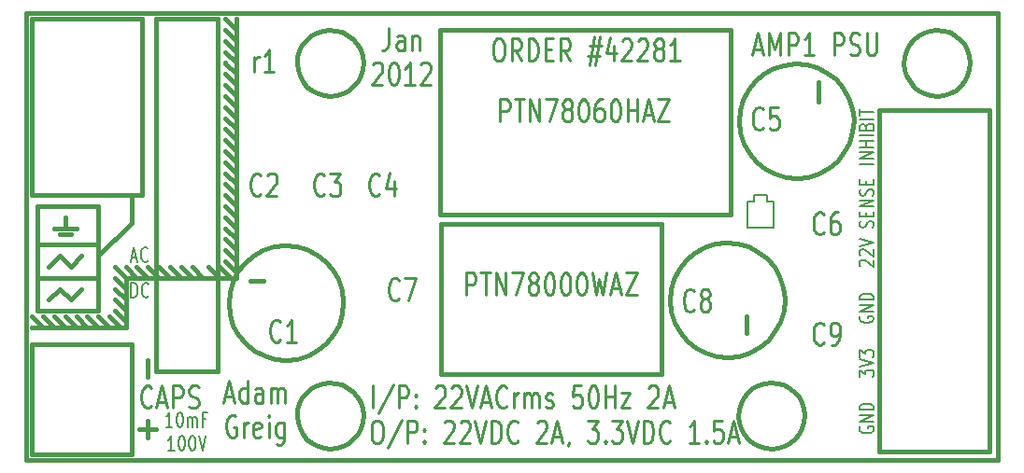
<source format=gto>
G04 (created by PCBNEW-RS274X (2010-03-14)-final) date Tue 10 Jan 2012 23:21:23 GMT*
G01*
G70*
G90*
%MOIN*%
G04 Gerber Fmt 3.4, Leading zero omitted, Abs format*
%FSLAX34Y34*%
G04 APERTURE LIST*
%ADD10C,0.006000*%
%ADD11C,0.010000*%
%ADD12C,0.015000*%
%ADD13C,0.006600*%
%ADD14C,0.008000*%
G04 APERTURE END LIST*
G54D10*
G54D11*
X48291Y-22752D02*
X48405Y-22752D01*
X48463Y-22790D01*
X48520Y-22866D01*
X48548Y-23018D01*
X48548Y-23285D01*
X48520Y-23438D01*
X48463Y-23514D01*
X48405Y-23552D01*
X48291Y-23552D01*
X48234Y-23514D01*
X48177Y-23438D01*
X48148Y-23285D01*
X48148Y-23018D01*
X48177Y-22866D01*
X48234Y-22790D01*
X48291Y-22752D01*
X49149Y-23552D02*
X48949Y-23171D01*
X48806Y-23552D02*
X48806Y-22752D01*
X49034Y-22752D01*
X49092Y-22790D01*
X49120Y-22828D01*
X49149Y-22904D01*
X49149Y-23018D01*
X49120Y-23095D01*
X49092Y-23133D01*
X49034Y-23171D01*
X48806Y-23171D01*
X49406Y-23552D02*
X49406Y-22752D01*
X49549Y-22752D01*
X49634Y-22790D01*
X49692Y-22866D01*
X49720Y-22942D01*
X49749Y-23095D01*
X49749Y-23209D01*
X49720Y-23361D01*
X49692Y-23438D01*
X49634Y-23514D01*
X49549Y-23552D01*
X49406Y-23552D01*
X50006Y-23133D02*
X50206Y-23133D01*
X50292Y-23552D02*
X50006Y-23552D01*
X50006Y-22752D01*
X50292Y-22752D01*
X50892Y-23552D02*
X50692Y-23171D01*
X50549Y-23552D02*
X50549Y-22752D01*
X50777Y-22752D01*
X50835Y-22790D01*
X50863Y-22828D01*
X50892Y-22904D01*
X50892Y-23018D01*
X50863Y-23095D01*
X50835Y-23133D01*
X50777Y-23171D01*
X50549Y-23171D01*
X51577Y-23018D02*
X52006Y-23018D01*
X51749Y-22676D02*
X51577Y-23704D01*
X51949Y-23361D02*
X51520Y-23361D01*
X51777Y-23704D02*
X51949Y-22676D01*
X52463Y-23018D02*
X52463Y-23552D01*
X52320Y-22714D02*
X52177Y-23285D01*
X52549Y-23285D01*
X52748Y-22828D02*
X52777Y-22790D01*
X52834Y-22752D01*
X52977Y-22752D01*
X53034Y-22790D01*
X53063Y-22828D01*
X53091Y-22904D01*
X53091Y-22980D01*
X53063Y-23095D01*
X52720Y-23552D01*
X53091Y-23552D01*
X53319Y-22828D02*
X53348Y-22790D01*
X53405Y-22752D01*
X53548Y-22752D01*
X53605Y-22790D01*
X53634Y-22828D01*
X53662Y-22904D01*
X53662Y-22980D01*
X53634Y-23095D01*
X53291Y-23552D01*
X53662Y-23552D01*
X54005Y-23095D02*
X53947Y-23057D01*
X53919Y-23018D01*
X53890Y-22942D01*
X53890Y-22904D01*
X53919Y-22828D01*
X53947Y-22790D01*
X54005Y-22752D01*
X54119Y-22752D01*
X54176Y-22790D01*
X54205Y-22828D01*
X54233Y-22904D01*
X54233Y-22942D01*
X54205Y-23018D01*
X54176Y-23057D01*
X54119Y-23095D01*
X54005Y-23095D01*
X53947Y-23133D01*
X53919Y-23171D01*
X53890Y-23247D01*
X53890Y-23399D01*
X53919Y-23476D01*
X53947Y-23514D01*
X54005Y-23552D01*
X54119Y-23552D01*
X54176Y-23514D01*
X54205Y-23476D01*
X54233Y-23399D01*
X54233Y-23247D01*
X54205Y-23171D01*
X54176Y-23133D01*
X54119Y-23095D01*
X54804Y-23552D02*
X54461Y-23552D01*
X54633Y-23552D02*
X54633Y-22752D01*
X54576Y-22866D01*
X54518Y-22942D01*
X54461Y-22980D01*
G54D12*
X31496Y-37795D02*
X31496Y-21850D01*
X66142Y-37795D02*
X31496Y-37795D01*
X66142Y-21850D02*
X66142Y-37795D01*
X31496Y-21850D02*
X66142Y-21850D01*
X35236Y-31299D02*
X35039Y-31299D01*
G54D13*
X36699Y-36631D02*
X36474Y-36631D01*
X36587Y-36631D02*
X36587Y-36103D01*
X36549Y-36178D01*
X36512Y-36228D01*
X36474Y-36254D01*
X36943Y-36103D02*
X36980Y-36103D01*
X37018Y-36128D01*
X37037Y-36153D01*
X37055Y-36203D01*
X37074Y-36304D01*
X37074Y-36430D01*
X37055Y-36530D01*
X37037Y-36580D01*
X37018Y-36606D01*
X36980Y-36631D01*
X36943Y-36631D01*
X36905Y-36606D01*
X36887Y-36580D01*
X36868Y-36530D01*
X36849Y-36430D01*
X36849Y-36304D01*
X36868Y-36203D01*
X36887Y-36153D01*
X36905Y-36128D01*
X36943Y-36103D01*
X37243Y-36631D02*
X37243Y-36279D01*
X37243Y-36329D02*
X37262Y-36304D01*
X37299Y-36279D01*
X37355Y-36279D01*
X37393Y-36304D01*
X37412Y-36354D01*
X37412Y-36631D01*
X37412Y-36354D02*
X37430Y-36304D01*
X37468Y-36279D01*
X37524Y-36279D01*
X37562Y-36304D01*
X37581Y-36354D01*
X37581Y-36631D01*
X37899Y-36354D02*
X37768Y-36354D01*
X37768Y-36631D02*
X37768Y-36103D01*
X37955Y-36103D01*
X36774Y-37468D02*
X36549Y-37468D01*
X36662Y-37468D02*
X36662Y-36940D01*
X36624Y-37015D01*
X36587Y-37065D01*
X36549Y-37091D01*
X37018Y-36940D02*
X37055Y-36940D01*
X37093Y-36965D01*
X37112Y-36990D01*
X37130Y-37040D01*
X37149Y-37141D01*
X37149Y-37267D01*
X37130Y-37367D01*
X37112Y-37417D01*
X37093Y-37443D01*
X37055Y-37468D01*
X37018Y-37468D01*
X36980Y-37443D01*
X36962Y-37417D01*
X36943Y-37367D01*
X36924Y-37267D01*
X36924Y-37141D01*
X36943Y-37040D01*
X36962Y-36990D01*
X36980Y-36965D01*
X37018Y-36940D01*
X37393Y-36940D02*
X37430Y-36940D01*
X37468Y-36965D01*
X37487Y-36990D01*
X37505Y-37040D01*
X37524Y-37141D01*
X37524Y-37267D01*
X37505Y-37367D01*
X37487Y-37417D01*
X37468Y-37443D01*
X37430Y-37468D01*
X37393Y-37468D01*
X37355Y-37443D01*
X37337Y-37417D01*
X37318Y-37367D01*
X37299Y-37267D01*
X37299Y-37141D01*
X37318Y-37040D01*
X37337Y-36990D01*
X37355Y-36965D01*
X37393Y-36940D01*
X37637Y-36940D02*
X37768Y-37468D01*
X37899Y-36940D01*
X35240Y-30575D02*
X35428Y-30575D01*
X35203Y-30726D02*
X35334Y-30198D01*
X35465Y-30726D01*
X35822Y-30675D02*
X35803Y-30701D01*
X35747Y-30726D01*
X35709Y-30726D01*
X35653Y-30701D01*
X35616Y-30650D01*
X35597Y-30600D01*
X35578Y-30499D01*
X35578Y-30424D01*
X35597Y-30323D01*
X35616Y-30273D01*
X35653Y-30223D01*
X35709Y-30198D01*
X35747Y-30198D01*
X35803Y-30223D01*
X35822Y-30248D01*
X35231Y-32005D02*
X35231Y-31477D01*
X35325Y-31477D01*
X35381Y-31502D01*
X35418Y-31552D01*
X35437Y-31602D01*
X35456Y-31703D01*
X35456Y-31778D01*
X35437Y-31879D01*
X35418Y-31929D01*
X35381Y-31980D01*
X35325Y-32005D01*
X35231Y-32005D01*
X35850Y-31954D02*
X35831Y-31980D01*
X35775Y-32005D01*
X35737Y-32005D01*
X35681Y-31980D01*
X35644Y-31929D01*
X35625Y-31879D01*
X35606Y-31778D01*
X35606Y-31703D01*
X35625Y-31602D01*
X35644Y-31552D01*
X35681Y-31502D01*
X35737Y-31477D01*
X35775Y-31477D01*
X35831Y-31502D01*
X35850Y-31527D01*
G54D11*
X39633Y-23946D02*
X39633Y-23412D01*
X39633Y-23565D02*
X39661Y-23489D01*
X39690Y-23451D01*
X39747Y-23412D01*
X39804Y-23412D01*
X40318Y-23946D02*
X39975Y-23946D01*
X40147Y-23946D02*
X40147Y-23146D01*
X40090Y-23260D01*
X40032Y-23336D01*
X39975Y-23374D01*
G54D12*
X38583Y-22048D02*
X38583Y-22047D01*
X38976Y-22441D02*
X38583Y-22048D01*
X38976Y-22835D02*
X38582Y-22441D01*
X38976Y-23228D02*
X38583Y-22835D01*
X38583Y-23229D02*
X38583Y-23228D01*
X38976Y-23622D02*
X38583Y-23229D01*
X38583Y-23623D02*
X38583Y-23622D01*
X38976Y-24016D02*
X38583Y-23623D01*
X38976Y-24409D02*
X38583Y-24016D01*
X38583Y-24410D02*
X38583Y-24409D01*
X38976Y-24803D02*
X38583Y-24410D01*
X38583Y-24804D02*
X38583Y-24803D01*
X38976Y-25197D02*
X38583Y-24804D01*
X38583Y-25198D02*
X38583Y-25197D01*
X38976Y-25591D02*
X38583Y-25198D01*
X38976Y-25984D02*
X38583Y-25591D01*
X38583Y-25985D02*
X38583Y-25984D01*
X38976Y-26378D02*
X38583Y-25985D01*
X38583Y-26379D02*
X38583Y-26378D01*
X38976Y-26772D02*
X38583Y-26379D01*
X38976Y-27165D02*
X38583Y-26772D01*
X38583Y-27166D02*
X38583Y-27165D01*
X38976Y-27559D02*
X38583Y-27166D01*
X38583Y-27560D02*
X38583Y-27559D01*
X38976Y-27953D02*
X38583Y-27560D01*
X38976Y-28346D02*
X38583Y-27953D01*
X38976Y-28739D02*
X38976Y-28740D01*
X38583Y-28346D02*
X38976Y-28739D01*
X38976Y-29133D02*
X38976Y-29134D01*
X38583Y-28740D02*
X38976Y-29133D01*
X38976Y-29527D02*
X38976Y-29528D01*
X38583Y-29134D02*
X38976Y-29527D01*
X38976Y-29921D02*
X38583Y-29528D01*
X38976Y-30314D02*
X38976Y-30315D01*
X38583Y-29921D02*
X38976Y-30314D01*
X38583Y-30316D02*
X38583Y-30315D01*
X38976Y-30709D02*
X38583Y-30316D01*
X38976Y-31102D02*
X38583Y-30709D01*
X38386Y-30905D02*
X38780Y-31299D01*
X37992Y-30905D02*
X38386Y-31299D01*
X37795Y-31298D02*
X37795Y-31299D01*
X37402Y-30905D02*
X37795Y-31298D01*
X37008Y-30905D02*
X37402Y-31299D01*
X37008Y-31299D02*
X37106Y-31299D01*
X36614Y-30905D02*
X37008Y-31299D01*
X36614Y-31299D02*
X36713Y-31299D01*
X36220Y-30905D02*
X36614Y-31299D01*
X36220Y-31298D02*
X36220Y-31299D01*
X35827Y-30905D02*
X36220Y-31298D01*
X35433Y-30905D02*
X35827Y-31299D01*
X35433Y-31299D02*
X35039Y-30905D01*
X34646Y-30906D02*
X34646Y-30905D01*
X35039Y-31299D02*
X34646Y-30906D01*
X34646Y-31300D02*
X34646Y-31299D01*
X35039Y-31693D02*
X34646Y-31300D01*
X34646Y-31694D02*
X34646Y-31693D01*
X35039Y-32087D02*
X34646Y-31694D01*
X35039Y-32480D02*
X34646Y-32087D01*
X34646Y-32481D02*
X34646Y-32480D01*
X35039Y-32874D02*
X34646Y-32481D01*
X34842Y-33070D02*
X34842Y-33071D01*
X34449Y-32677D02*
X34842Y-33070D01*
X34055Y-32677D02*
X34449Y-33071D01*
X33661Y-32677D02*
X34055Y-33071D01*
X33661Y-33070D02*
X33661Y-33071D01*
X33268Y-32677D02*
X33661Y-33070D01*
X33268Y-33071D02*
X33465Y-33071D01*
X32874Y-32677D02*
X33268Y-33071D01*
X32480Y-32677D02*
X32874Y-33071D01*
X32480Y-33070D02*
X32480Y-33071D01*
X32087Y-32677D02*
X32480Y-33070D01*
X31693Y-32677D02*
X32087Y-33071D01*
X35039Y-33071D02*
X31693Y-33071D01*
X35039Y-31299D02*
X35039Y-33071D01*
X38976Y-31299D02*
X35236Y-31299D01*
X38976Y-22047D02*
X38976Y-31299D01*
X35236Y-29331D02*
X35236Y-28346D01*
X34055Y-30512D02*
X35236Y-29331D01*
X32677Y-29725D02*
X33071Y-29725D01*
X32480Y-29528D02*
X33268Y-29528D01*
X32874Y-29134D02*
X32874Y-29528D01*
X33071Y-30906D02*
X33465Y-30512D01*
X32677Y-30512D02*
X33071Y-30906D01*
X32283Y-30906D02*
X32677Y-30512D01*
X33071Y-32087D02*
X33465Y-31693D01*
X32677Y-31693D02*
X33071Y-32087D01*
X32283Y-32087D02*
X32677Y-31693D01*
X31890Y-31299D02*
X34055Y-31299D01*
X31890Y-30118D02*
X34055Y-30118D01*
X34055Y-28740D02*
X31890Y-28740D01*
X34055Y-32480D02*
X34055Y-28740D01*
X31890Y-32480D02*
X34055Y-32480D01*
X31890Y-28740D02*
X31890Y-32480D01*
G54D11*
X35958Y-35878D02*
X35929Y-35916D01*
X35843Y-35954D01*
X35786Y-35954D01*
X35701Y-35916D01*
X35643Y-35840D01*
X35615Y-35763D01*
X35586Y-35611D01*
X35586Y-35497D01*
X35615Y-35344D01*
X35643Y-35268D01*
X35701Y-35192D01*
X35786Y-35154D01*
X35843Y-35154D01*
X35929Y-35192D01*
X35958Y-35230D01*
X36186Y-35725D02*
X36472Y-35725D01*
X36129Y-35954D02*
X36329Y-35154D01*
X36529Y-35954D01*
X36729Y-35954D02*
X36729Y-35154D01*
X36957Y-35154D01*
X37015Y-35192D01*
X37043Y-35230D01*
X37072Y-35306D01*
X37072Y-35420D01*
X37043Y-35497D01*
X37015Y-35535D01*
X36957Y-35573D01*
X36729Y-35573D01*
X37300Y-35916D02*
X37386Y-35954D01*
X37529Y-35954D01*
X37586Y-35916D01*
X37615Y-35878D01*
X37643Y-35801D01*
X37643Y-35725D01*
X37615Y-35649D01*
X37586Y-35611D01*
X37529Y-35573D01*
X37415Y-35535D01*
X37357Y-35497D01*
X37329Y-35459D01*
X37300Y-35382D01*
X37300Y-35306D01*
X37329Y-35230D01*
X37357Y-35192D01*
X37415Y-35154D01*
X37557Y-35154D01*
X37643Y-35192D01*
G54D12*
X35531Y-36713D02*
X36122Y-36713D01*
X35827Y-36417D02*
X35827Y-37008D01*
X35827Y-34252D02*
X35827Y-34842D01*
G54D11*
X38579Y-35528D02*
X38865Y-35528D01*
X38522Y-35757D02*
X38722Y-34957D01*
X38922Y-35757D01*
X39379Y-35757D02*
X39379Y-34957D01*
X39379Y-35719D02*
X39322Y-35757D01*
X39208Y-35757D01*
X39150Y-35719D01*
X39122Y-35681D01*
X39093Y-35604D01*
X39093Y-35376D01*
X39122Y-35300D01*
X39150Y-35262D01*
X39208Y-35223D01*
X39322Y-35223D01*
X39379Y-35262D01*
X39922Y-35757D02*
X39922Y-35338D01*
X39893Y-35262D01*
X39836Y-35223D01*
X39722Y-35223D01*
X39665Y-35262D01*
X39922Y-35719D02*
X39865Y-35757D01*
X39722Y-35757D01*
X39665Y-35719D01*
X39636Y-35643D01*
X39636Y-35566D01*
X39665Y-35490D01*
X39722Y-35452D01*
X39865Y-35452D01*
X39922Y-35414D01*
X40208Y-35757D02*
X40208Y-35223D01*
X40208Y-35300D02*
X40236Y-35262D01*
X40294Y-35223D01*
X40379Y-35223D01*
X40436Y-35262D01*
X40465Y-35338D01*
X40465Y-35757D01*
X40465Y-35338D02*
X40494Y-35262D01*
X40551Y-35223D01*
X40636Y-35223D01*
X40694Y-35262D01*
X40722Y-35338D01*
X40722Y-35757D01*
X38965Y-36235D02*
X38908Y-36197D01*
X38822Y-36197D01*
X38737Y-36235D01*
X38679Y-36311D01*
X38651Y-36387D01*
X38622Y-36540D01*
X38622Y-36654D01*
X38651Y-36806D01*
X38679Y-36883D01*
X38737Y-36959D01*
X38822Y-36997D01*
X38879Y-36997D01*
X38965Y-36959D01*
X38994Y-36921D01*
X38994Y-36654D01*
X38879Y-36654D01*
X39251Y-36997D02*
X39251Y-36463D01*
X39251Y-36616D02*
X39279Y-36540D01*
X39308Y-36502D01*
X39365Y-36463D01*
X39422Y-36463D01*
X39850Y-36959D02*
X39793Y-36997D01*
X39679Y-36997D01*
X39622Y-36959D01*
X39593Y-36883D01*
X39593Y-36578D01*
X39622Y-36502D01*
X39679Y-36463D01*
X39793Y-36463D01*
X39850Y-36502D01*
X39879Y-36578D01*
X39879Y-36654D01*
X39593Y-36730D01*
X40136Y-36997D02*
X40136Y-36463D01*
X40136Y-36197D02*
X40107Y-36235D01*
X40136Y-36273D01*
X40164Y-36235D01*
X40136Y-36197D01*
X40136Y-36273D01*
X40679Y-36463D02*
X40679Y-37111D01*
X40650Y-37187D01*
X40622Y-37225D01*
X40565Y-37263D01*
X40479Y-37263D01*
X40422Y-37225D01*
X40679Y-36959D02*
X40622Y-36997D01*
X40508Y-36997D01*
X40450Y-36959D01*
X40422Y-36921D01*
X40393Y-36844D01*
X40393Y-36616D01*
X40422Y-36540D01*
X40450Y-36502D01*
X40508Y-36463D01*
X40622Y-36463D01*
X40679Y-36502D01*
X44425Y-22359D02*
X44425Y-22930D01*
X44397Y-23045D01*
X44340Y-23121D01*
X44254Y-23159D01*
X44197Y-23159D01*
X44968Y-23159D02*
X44968Y-22740D01*
X44939Y-22664D01*
X44882Y-22625D01*
X44768Y-22625D01*
X44711Y-22664D01*
X44968Y-23121D02*
X44911Y-23159D01*
X44768Y-23159D01*
X44711Y-23121D01*
X44682Y-23045D01*
X44682Y-22968D01*
X44711Y-22892D01*
X44768Y-22854D01*
X44911Y-22854D01*
X44968Y-22816D01*
X45254Y-22625D02*
X45254Y-23159D01*
X45254Y-22702D02*
X45282Y-22664D01*
X45340Y-22625D01*
X45425Y-22625D01*
X45482Y-22664D01*
X45511Y-22740D01*
X45511Y-23159D01*
X43854Y-23675D02*
X43883Y-23637D01*
X43940Y-23599D01*
X44083Y-23599D01*
X44140Y-23637D01*
X44169Y-23675D01*
X44197Y-23751D01*
X44197Y-23827D01*
X44169Y-23942D01*
X43826Y-24399D01*
X44197Y-24399D01*
X44568Y-23599D02*
X44625Y-23599D01*
X44682Y-23637D01*
X44711Y-23675D01*
X44740Y-23751D01*
X44768Y-23904D01*
X44768Y-24094D01*
X44740Y-24246D01*
X44711Y-24323D01*
X44682Y-24361D01*
X44625Y-24399D01*
X44568Y-24399D01*
X44511Y-24361D01*
X44482Y-24323D01*
X44454Y-24246D01*
X44425Y-24094D01*
X44425Y-23904D01*
X44454Y-23751D01*
X44482Y-23675D01*
X44511Y-23637D01*
X44568Y-23599D01*
X45339Y-24399D02*
X44996Y-24399D01*
X45168Y-24399D02*
X45168Y-23599D01*
X45111Y-23713D01*
X45053Y-23789D01*
X44996Y-23827D01*
X45567Y-23675D02*
X45596Y-23637D01*
X45653Y-23599D01*
X45796Y-23599D01*
X45853Y-23637D01*
X45882Y-23675D01*
X45910Y-23751D01*
X45910Y-23827D01*
X45882Y-23942D01*
X45539Y-24399D01*
X45910Y-24399D01*
X57446Y-23126D02*
X57732Y-23126D01*
X57389Y-23355D02*
X57589Y-22555D01*
X57789Y-23355D01*
X57989Y-23355D02*
X57989Y-22555D01*
X58189Y-23126D01*
X58389Y-22555D01*
X58389Y-23355D01*
X58675Y-23355D02*
X58675Y-22555D01*
X58903Y-22555D01*
X58961Y-22593D01*
X58989Y-22631D01*
X59018Y-22707D01*
X59018Y-22821D01*
X58989Y-22898D01*
X58961Y-22936D01*
X58903Y-22974D01*
X58675Y-22974D01*
X59589Y-23355D02*
X59246Y-23355D01*
X59418Y-23355D02*
X59418Y-22555D01*
X59361Y-22669D01*
X59303Y-22745D01*
X59246Y-22783D01*
X60303Y-23355D02*
X60303Y-22555D01*
X60531Y-22555D01*
X60589Y-22593D01*
X60617Y-22631D01*
X60646Y-22707D01*
X60646Y-22821D01*
X60617Y-22898D01*
X60589Y-22936D01*
X60531Y-22974D01*
X60303Y-22974D01*
X60874Y-23317D02*
X60960Y-23355D01*
X61103Y-23355D01*
X61160Y-23317D01*
X61189Y-23279D01*
X61217Y-23202D01*
X61217Y-23126D01*
X61189Y-23050D01*
X61160Y-23012D01*
X61103Y-22974D01*
X60989Y-22936D01*
X60931Y-22898D01*
X60903Y-22860D01*
X60874Y-22783D01*
X60874Y-22707D01*
X60903Y-22631D01*
X60931Y-22593D01*
X60989Y-22555D01*
X61131Y-22555D01*
X61217Y-22593D01*
X61474Y-22555D02*
X61474Y-23202D01*
X61502Y-23279D01*
X61531Y-23317D01*
X61588Y-23355D01*
X61702Y-23355D01*
X61760Y-23317D01*
X61788Y-23279D01*
X61817Y-23202D01*
X61817Y-22555D01*
X59940Y-29677D02*
X59911Y-29715D01*
X59825Y-29753D01*
X59768Y-29753D01*
X59683Y-29715D01*
X59625Y-29639D01*
X59597Y-29562D01*
X59568Y-29410D01*
X59568Y-29296D01*
X59597Y-29143D01*
X59625Y-29067D01*
X59683Y-28991D01*
X59768Y-28953D01*
X59825Y-28953D01*
X59911Y-28991D01*
X59940Y-29029D01*
X60454Y-28953D02*
X60340Y-28953D01*
X60283Y-28991D01*
X60254Y-29029D01*
X60197Y-29143D01*
X60168Y-29296D01*
X60168Y-29600D01*
X60197Y-29677D01*
X60225Y-29715D01*
X60283Y-29753D01*
X60397Y-29753D01*
X60454Y-29715D01*
X60483Y-29677D01*
X60511Y-29600D01*
X60511Y-29410D01*
X60483Y-29334D01*
X60454Y-29296D01*
X60397Y-29258D01*
X60283Y-29258D01*
X60225Y-29296D01*
X60197Y-29334D01*
X60168Y-29410D01*
X59940Y-33614D02*
X59911Y-33652D01*
X59825Y-33690D01*
X59768Y-33690D01*
X59683Y-33652D01*
X59625Y-33576D01*
X59597Y-33499D01*
X59568Y-33347D01*
X59568Y-33233D01*
X59597Y-33080D01*
X59625Y-33004D01*
X59683Y-32928D01*
X59768Y-32890D01*
X59825Y-32890D01*
X59911Y-32928D01*
X59940Y-32966D01*
X60225Y-33690D02*
X60340Y-33690D01*
X60397Y-33652D01*
X60425Y-33614D01*
X60483Y-33499D01*
X60511Y-33347D01*
X60511Y-33042D01*
X60483Y-32966D01*
X60454Y-32928D01*
X60397Y-32890D01*
X60283Y-32890D01*
X60225Y-32928D01*
X60197Y-32966D01*
X60168Y-33042D01*
X60168Y-33233D01*
X60197Y-33309D01*
X60225Y-33347D01*
X60283Y-33385D01*
X60397Y-33385D01*
X60454Y-33347D01*
X60483Y-33309D01*
X60511Y-33233D01*
X44783Y-32039D02*
X44754Y-32077D01*
X44668Y-32115D01*
X44611Y-32115D01*
X44526Y-32077D01*
X44468Y-32001D01*
X44440Y-31924D01*
X44411Y-31772D01*
X44411Y-31658D01*
X44440Y-31505D01*
X44468Y-31429D01*
X44526Y-31353D01*
X44611Y-31315D01*
X44668Y-31315D01*
X44754Y-31353D01*
X44783Y-31391D01*
X44983Y-31315D02*
X45383Y-31315D01*
X45126Y-32115D01*
X44094Y-28299D02*
X44065Y-28337D01*
X43979Y-28375D01*
X43922Y-28375D01*
X43837Y-28337D01*
X43779Y-28261D01*
X43751Y-28184D01*
X43722Y-28032D01*
X43722Y-27918D01*
X43751Y-27765D01*
X43779Y-27689D01*
X43837Y-27613D01*
X43922Y-27575D01*
X43979Y-27575D01*
X44065Y-27613D01*
X44094Y-27651D01*
X44608Y-27841D02*
X44608Y-28375D01*
X44465Y-27537D02*
X44322Y-28108D01*
X44694Y-28108D01*
X42125Y-28299D02*
X42096Y-28337D01*
X42010Y-28375D01*
X41953Y-28375D01*
X41868Y-28337D01*
X41810Y-28261D01*
X41782Y-28184D01*
X41753Y-28032D01*
X41753Y-27918D01*
X41782Y-27765D01*
X41810Y-27689D01*
X41868Y-27613D01*
X41953Y-27575D01*
X42010Y-27575D01*
X42096Y-27613D01*
X42125Y-27651D01*
X42325Y-27575D02*
X42696Y-27575D01*
X42496Y-27880D01*
X42582Y-27880D01*
X42639Y-27918D01*
X42668Y-27956D01*
X42696Y-28032D01*
X42696Y-28222D01*
X42668Y-28299D01*
X42639Y-28337D01*
X42582Y-28375D01*
X42410Y-28375D01*
X42353Y-28337D01*
X42325Y-28299D01*
X39862Y-28299D02*
X39833Y-28337D01*
X39747Y-28375D01*
X39690Y-28375D01*
X39605Y-28337D01*
X39547Y-28261D01*
X39519Y-28184D01*
X39490Y-28032D01*
X39490Y-27918D01*
X39519Y-27765D01*
X39547Y-27689D01*
X39605Y-27613D01*
X39690Y-27575D01*
X39747Y-27575D01*
X39833Y-27613D01*
X39862Y-27651D01*
X40090Y-27651D02*
X40119Y-27613D01*
X40176Y-27575D01*
X40319Y-27575D01*
X40376Y-27613D01*
X40405Y-27651D01*
X40433Y-27727D01*
X40433Y-27803D01*
X40405Y-27918D01*
X40062Y-28375D01*
X40433Y-28375D01*
X40551Y-33516D02*
X40522Y-33554D01*
X40436Y-33592D01*
X40379Y-33592D01*
X40294Y-33554D01*
X40236Y-33478D01*
X40208Y-33401D01*
X40179Y-33249D01*
X40179Y-33135D01*
X40208Y-32982D01*
X40236Y-32906D01*
X40294Y-32830D01*
X40379Y-32792D01*
X40436Y-32792D01*
X40522Y-32830D01*
X40551Y-32868D01*
X41122Y-33592D02*
X40779Y-33592D01*
X40951Y-33592D02*
X40951Y-32792D01*
X40894Y-32906D01*
X40836Y-32982D01*
X40779Y-33020D01*
X57775Y-25937D02*
X57746Y-25975D01*
X57660Y-26013D01*
X57603Y-26013D01*
X57518Y-25975D01*
X57460Y-25899D01*
X57432Y-25822D01*
X57403Y-25670D01*
X57403Y-25556D01*
X57432Y-25403D01*
X57460Y-25327D01*
X57518Y-25251D01*
X57603Y-25213D01*
X57660Y-25213D01*
X57746Y-25251D01*
X57775Y-25289D01*
X58318Y-25213D02*
X58032Y-25213D01*
X58003Y-25594D01*
X58032Y-25556D01*
X58089Y-25518D01*
X58232Y-25518D01*
X58289Y-25556D01*
X58318Y-25594D01*
X58346Y-25670D01*
X58346Y-25860D01*
X58318Y-25937D01*
X58289Y-25975D01*
X58232Y-26013D01*
X58089Y-26013D01*
X58032Y-25975D01*
X58003Y-25937D01*
X55314Y-32433D02*
X55285Y-32471D01*
X55199Y-32509D01*
X55142Y-32509D01*
X55057Y-32471D01*
X54999Y-32395D01*
X54971Y-32318D01*
X54942Y-32166D01*
X54942Y-32052D01*
X54971Y-31899D01*
X54999Y-31823D01*
X55057Y-31747D01*
X55142Y-31709D01*
X55199Y-31709D01*
X55285Y-31747D01*
X55314Y-31785D01*
X55657Y-32052D02*
X55599Y-32014D01*
X55571Y-31975D01*
X55542Y-31899D01*
X55542Y-31861D01*
X55571Y-31785D01*
X55599Y-31747D01*
X55657Y-31709D01*
X55771Y-31709D01*
X55828Y-31747D01*
X55857Y-31785D01*
X55885Y-31861D01*
X55885Y-31899D01*
X55857Y-31975D01*
X55828Y-32014D01*
X55771Y-32052D01*
X55657Y-32052D01*
X55599Y-32090D01*
X55571Y-32128D01*
X55542Y-32204D01*
X55542Y-32356D01*
X55571Y-32433D01*
X55599Y-32471D01*
X55657Y-32509D01*
X55771Y-32509D01*
X55828Y-32471D01*
X55857Y-32433D01*
X55885Y-32356D01*
X55885Y-32204D01*
X55857Y-32128D01*
X55828Y-32090D01*
X55771Y-32052D01*
X47184Y-31918D02*
X47184Y-31118D01*
X47412Y-31118D01*
X47470Y-31156D01*
X47498Y-31194D01*
X47527Y-31270D01*
X47527Y-31384D01*
X47498Y-31461D01*
X47470Y-31499D01*
X47412Y-31537D01*
X47184Y-31537D01*
X47698Y-31118D02*
X48041Y-31118D01*
X47870Y-31918D02*
X47870Y-31118D01*
X48241Y-31918D02*
X48241Y-31118D01*
X48584Y-31918D01*
X48584Y-31118D01*
X48813Y-31118D02*
X49213Y-31118D01*
X48956Y-31918D01*
X49527Y-31461D02*
X49469Y-31423D01*
X49441Y-31384D01*
X49412Y-31308D01*
X49412Y-31270D01*
X49441Y-31194D01*
X49469Y-31156D01*
X49527Y-31118D01*
X49641Y-31118D01*
X49698Y-31156D01*
X49727Y-31194D01*
X49755Y-31270D01*
X49755Y-31308D01*
X49727Y-31384D01*
X49698Y-31423D01*
X49641Y-31461D01*
X49527Y-31461D01*
X49469Y-31499D01*
X49441Y-31537D01*
X49412Y-31613D01*
X49412Y-31765D01*
X49441Y-31842D01*
X49469Y-31880D01*
X49527Y-31918D01*
X49641Y-31918D01*
X49698Y-31880D01*
X49727Y-31842D01*
X49755Y-31765D01*
X49755Y-31613D01*
X49727Y-31537D01*
X49698Y-31499D01*
X49641Y-31461D01*
X50126Y-31118D02*
X50183Y-31118D01*
X50240Y-31156D01*
X50269Y-31194D01*
X50298Y-31270D01*
X50326Y-31423D01*
X50326Y-31613D01*
X50298Y-31765D01*
X50269Y-31842D01*
X50240Y-31880D01*
X50183Y-31918D01*
X50126Y-31918D01*
X50069Y-31880D01*
X50040Y-31842D01*
X50012Y-31765D01*
X49983Y-31613D01*
X49983Y-31423D01*
X50012Y-31270D01*
X50040Y-31194D01*
X50069Y-31156D01*
X50126Y-31118D01*
X50697Y-31118D02*
X50754Y-31118D01*
X50811Y-31156D01*
X50840Y-31194D01*
X50869Y-31270D01*
X50897Y-31423D01*
X50897Y-31613D01*
X50869Y-31765D01*
X50840Y-31842D01*
X50811Y-31880D01*
X50754Y-31918D01*
X50697Y-31918D01*
X50640Y-31880D01*
X50611Y-31842D01*
X50583Y-31765D01*
X50554Y-31613D01*
X50554Y-31423D01*
X50583Y-31270D01*
X50611Y-31194D01*
X50640Y-31156D01*
X50697Y-31118D01*
X51268Y-31118D02*
X51325Y-31118D01*
X51382Y-31156D01*
X51411Y-31194D01*
X51440Y-31270D01*
X51468Y-31423D01*
X51468Y-31613D01*
X51440Y-31765D01*
X51411Y-31842D01*
X51382Y-31880D01*
X51325Y-31918D01*
X51268Y-31918D01*
X51211Y-31880D01*
X51182Y-31842D01*
X51154Y-31765D01*
X51125Y-31613D01*
X51125Y-31423D01*
X51154Y-31270D01*
X51182Y-31194D01*
X51211Y-31156D01*
X51268Y-31118D01*
X51668Y-31118D02*
X51811Y-31918D01*
X51925Y-31346D01*
X52039Y-31918D01*
X52182Y-31118D01*
X52382Y-31689D02*
X52668Y-31689D01*
X52325Y-31918D02*
X52525Y-31118D01*
X52725Y-31918D01*
X52868Y-31118D02*
X53268Y-31118D01*
X52868Y-31918D01*
X53268Y-31918D01*
X48394Y-25718D02*
X48394Y-24918D01*
X48622Y-24918D01*
X48680Y-24956D01*
X48708Y-24994D01*
X48737Y-25070D01*
X48737Y-25184D01*
X48708Y-25261D01*
X48680Y-25299D01*
X48622Y-25337D01*
X48394Y-25337D01*
X48908Y-24918D02*
X49251Y-24918D01*
X49080Y-25718D02*
X49080Y-24918D01*
X49451Y-25718D02*
X49451Y-24918D01*
X49794Y-25718D01*
X49794Y-24918D01*
X50023Y-24918D02*
X50423Y-24918D01*
X50166Y-25718D01*
X50737Y-25261D02*
X50679Y-25223D01*
X50651Y-25184D01*
X50622Y-25108D01*
X50622Y-25070D01*
X50651Y-24994D01*
X50679Y-24956D01*
X50737Y-24918D01*
X50851Y-24918D01*
X50908Y-24956D01*
X50937Y-24994D01*
X50965Y-25070D01*
X50965Y-25108D01*
X50937Y-25184D01*
X50908Y-25223D01*
X50851Y-25261D01*
X50737Y-25261D01*
X50679Y-25299D01*
X50651Y-25337D01*
X50622Y-25413D01*
X50622Y-25565D01*
X50651Y-25642D01*
X50679Y-25680D01*
X50737Y-25718D01*
X50851Y-25718D01*
X50908Y-25680D01*
X50937Y-25642D01*
X50965Y-25565D01*
X50965Y-25413D01*
X50937Y-25337D01*
X50908Y-25299D01*
X50851Y-25261D01*
X51336Y-24918D02*
X51393Y-24918D01*
X51450Y-24956D01*
X51479Y-24994D01*
X51508Y-25070D01*
X51536Y-25223D01*
X51536Y-25413D01*
X51508Y-25565D01*
X51479Y-25642D01*
X51450Y-25680D01*
X51393Y-25718D01*
X51336Y-25718D01*
X51279Y-25680D01*
X51250Y-25642D01*
X51222Y-25565D01*
X51193Y-25413D01*
X51193Y-25223D01*
X51222Y-25070D01*
X51250Y-24994D01*
X51279Y-24956D01*
X51336Y-24918D01*
X52050Y-24918D02*
X51936Y-24918D01*
X51879Y-24956D01*
X51850Y-24994D01*
X51793Y-25108D01*
X51764Y-25261D01*
X51764Y-25565D01*
X51793Y-25642D01*
X51821Y-25680D01*
X51879Y-25718D01*
X51993Y-25718D01*
X52050Y-25680D01*
X52079Y-25642D01*
X52107Y-25565D01*
X52107Y-25375D01*
X52079Y-25299D01*
X52050Y-25261D01*
X51993Y-25223D01*
X51879Y-25223D01*
X51821Y-25261D01*
X51793Y-25299D01*
X51764Y-25375D01*
X52478Y-24918D02*
X52535Y-24918D01*
X52592Y-24956D01*
X52621Y-24994D01*
X52650Y-25070D01*
X52678Y-25223D01*
X52678Y-25413D01*
X52650Y-25565D01*
X52621Y-25642D01*
X52592Y-25680D01*
X52535Y-25718D01*
X52478Y-25718D01*
X52421Y-25680D01*
X52392Y-25642D01*
X52364Y-25565D01*
X52335Y-25413D01*
X52335Y-25223D01*
X52364Y-25070D01*
X52392Y-24994D01*
X52421Y-24956D01*
X52478Y-24918D01*
X52935Y-25718D02*
X52935Y-24918D01*
X52935Y-25299D02*
X53278Y-25299D01*
X53278Y-25718D02*
X53278Y-24918D01*
X53535Y-25489D02*
X53821Y-25489D01*
X53478Y-25718D02*
X53678Y-24918D01*
X53878Y-25718D01*
X54021Y-24918D02*
X54421Y-24918D01*
X54021Y-25718D01*
X54421Y-25718D01*
G54D13*
X61730Y-27227D02*
X61202Y-27227D01*
X61730Y-27039D02*
X61202Y-27039D01*
X61730Y-26814D01*
X61202Y-26814D01*
X61730Y-26626D02*
X61202Y-26626D01*
X61453Y-26626D02*
X61453Y-26401D01*
X61730Y-26401D02*
X61202Y-26401D01*
X61730Y-26213D02*
X61202Y-26213D01*
X61453Y-25894D02*
X61478Y-25838D01*
X61503Y-25819D01*
X61554Y-25800D01*
X61629Y-25800D01*
X61679Y-25819D01*
X61705Y-25838D01*
X61730Y-25875D01*
X61730Y-26025D01*
X61202Y-26025D01*
X61202Y-25894D01*
X61227Y-25856D01*
X61252Y-25838D01*
X61302Y-25819D01*
X61353Y-25819D01*
X61403Y-25838D01*
X61428Y-25856D01*
X61453Y-25894D01*
X61453Y-26025D01*
X61730Y-25631D02*
X61202Y-25631D01*
X61202Y-25499D02*
X61202Y-25274D01*
X61730Y-25387D02*
X61202Y-25387D01*
X61699Y-29504D02*
X61723Y-29448D01*
X61723Y-29354D01*
X61699Y-29316D01*
X61674Y-29298D01*
X61626Y-29279D01*
X61577Y-29279D01*
X61528Y-29298D01*
X61504Y-29316D01*
X61479Y-29354D01*
X61455Y-29429D01*
X61431Y-29466D01*
X61406Y-29485D01*
X61358Y-29504D01*
X61309Y-29504D01*
X61260Y-29485D01*
X61236Y-29466D01*
X61211Y-29429D01*
X61211Y-29335D01*
X61236Y-29279D01*
X61455Y-29110D02*
X61455Y-28979D01*
X61723Y-28923D02*
X61723Y-29110D01*
X61211Y-29110D01*
X61211Y-28923D01*
X61723Y-28754D02*
X61211Y-28754D01*
X61723Y-28529D01*
X61211Y-28529D01*
X61699Y-28360D02*
X61723Y-28304D01*
X61723Y-28210D01*
X61699Y-28172D01*
X61674Y-28154D01*
X61626Y-28135D01*
X61577Y-28135D01*
X61528Y-28154D01*
X61504Y-28172D01*
X61479Y-28210D01*
X61455Y-28285D01*
X61431Y-28322D01*
X61406Y-28341D01*
X61358Y-28360D01*
X61309Y-28360D01*
X61260Y-28341D01*
X61236Y-28322D01*
X61211Y-28285D01*
X61211Y-28191D01*
X61236Y-28135D01*
X61455Y-27966D02*
X61455Y-27835D01*
X61723Y-27779D02*
X61723Y-27966D01*
X61211Y-27966D01*
X61211Y-27779D01*
X61252Y-30882D02*
X61227Y-30863D01*
X61202Y-30826D01*
X61202Y-30732D01*
X61227Y-30694D01*
X61252Y-30676D01*
X61302Y-30657D01*
X61353Y-30657D01*
X61428Y-30676D01*
X61730Y-30901D01*
X61730Y-30657D01*
X61252Y-30507D02*
X61227Y-30488D01*
X61202Y-30451D01*
X61202Y-30357D01*
X61227Y-30319D01*
X61252Y-30301D01*
X61302Y-30282D01*
X61353Y-30282D01*
X61428Y-30301D01*
X61730Y-30526D01*
X61730Y-30282D01*
X61202Y-30169D02*
X61730Y-30038D01*
X61202Y-29907D01*
X61236Y-32682D02*
X61211Y-32719D01*
X61211Y-32776D01*
X61236Y-32832D01*
X61284Y-32869D01*
X61333Y-32888D01*
X61431Y-32907D01*
X61504Y-32907D01*
X61601Y-32888D01*
X61650Y-32869D01*
X61699Y-32832D01*
X61723Y-32776D01*
X61723Y-32738D01*
X61699Y-32682D01*
X61674Y-32663D01*
X61504Y-32663D01*
X61504Y-32738D01*
X61723Y-32494D02*
X61211Y-32494D01*
X61723Y-32269D01*
X61211Y-32269D01*
X61723Y-32081D02*
X61211Y-32081D01*
X61211Y-31987D01*
X61236Y-31931D01*
X61284Y-31894D01*
X61333Y-31875D01*
X61431Y-31856D01*
X61504Y-31856D01*
X61601Y-31875D01*
X61650Y-31894D01*
X61699Y-31931D01*
X61723Y-31987D01*
X61723Y-32081D01*
X61202Y-34838D02*
X61202Y-34594D01*
X61403Y-34725D01*
X61403Y-34669D01*
X61428Y-34631D01*
X61453Y-34613D01*
X61503Y-34594D01*
X61629Y-34594D01*
X61679Y-34613D01*
X61705Y-34631D01*
X61730Y-34669D01*
X61730Y-34781D01*
X61705Y-34819D01*
X61679Y-34838D01*
X61202Y-34481D02*
X61730Y-34350D01*
X61202Y-34219D01*
X61202Y-34125D02*
X61202Y-33881D01*
X61403Y-34012D01*
X61403Y-33956D01*
X61428Y-33918D01*
X61453Y-33900D01*
X61503Y-33881D01*
X61629Y-33881D01*
X61679Y-33900D01*
X61705Y-33918D01*
X61730Y-33956D01*
X61730Y-34068D01*
X61705Y-34106D01*
X61679Y-34125D01*
X61227Y-36619D02*
X61202Y-36656D01*
X61202Y-36713D01*
X61227Y-36769D01*
X61277Y-36806D01*
X61327Y-36825D01*
X61428Y-36844D01*
X61503Y-36844D01*
X61604Y-36825D01*
X61654Y-36806D01*
X61705Y-36769D01*
X61730Y-36713D01*
X61730Y-36675D01*
X61705Y-36619D01*
X61679Y-36600D01*
X61503Y-36600D01*
X61503Y-36675D01*
X61730Y-36431D02*
X61202Y-36431D01*
X61730Y-36206D01*
X61202Y-36206D01*
X61730Y-36018D02*
X61202Y-36018D01*
X61202Y-35924D01*
X61227Y-35868D01*
X61277Y-35831D01*
X61327Y-35812D01*
X61428Y-35793D01*
X61503Y-35793D01*
X61604Y-35812D01*
X61654Y-35831D01*
X61705Y-35868D01*
X61730Y-35924D01*
X61730Y-36018D01*
G54D12*
X59744Y-24311D02*
X59744Y-25000D01*
X57185Y-32677D02*
X57185Y-33268D01*
X39468Y-31398D02*
X39961Y-31398D01*
G54D11*
X43860Y-35954D02*
X43860Y-35154D01*
X44574Y-35116D02*
X44060Y-36144D01*
X44775Y-35954D02*
X44775Y-35154D01*
X45003Y-35154D01*
X45061Y-35192D01*
X45089Y-35230D01*
X45118Y-35306D01*
X45118Y-35420D01*
X45089Y-35497D01*
X45061Y-35535D01*
X45003Y-35573D01*
X44775Y-35573D01*
X45375Y-35878D02*
X45403Y-35916D01*
X45375Y-35954D01*
X45346Y-35916D01*
X45375Y-35878D01*
X45375Y-35954D01*
X45375Y-35459D02*
X45403Y-35497D01*
X45375Y-35535D01*
X45346Y-35497D01*
X45375Y-35459D01*
X45375Y-35535D01*
X46089Y-35230D02*
X46118Y-35192D01*
X46175Y-35154D01*
X46318Y-35154D01*
X46375Y-35192D01*
X46404Y-35230D01*
X46432Y-35306D01*
X46432Y-35382D01*
X46404Y-35497D01*
X46061Y-35954D01*
X46432Y-35954D01*
X46660Y-35230D02*
X46689Y-35192D01*
X46746Y-35154D01*
X46889Y-35154D01*
X46946Y-35192D01*
X46975Y-35230D01*
X47003Y-35306D01*
X47003Y-35382D01*
X46975Y-35497D01*
X46632Y-35954D01*
X47003Y-35954D01*
X47174Y-35154D02*
X47374Y-35954D01*
X47574Y-35154D01*
X47745Y-35725D02*
X48031Y-35725D01*
X47688Y-35954D02*
X47888Y-35154D01*
X48088Y-35954D01*
X48631Y-35878D02*
X48602Y-35916D01*
X48516Y-35954D01*
X48459Y-35954D01*
X48374Y-35916D01*
X48316Y-35840D01*
X48288Y-35763D01*
X48259Y-35611D01*
X48259Y-35497D01*
X48288Y-35344D01*
X48316Y-35268D01*
X48374Y-35192D01*
X48459Y-35154D01*
X48516Y-35154D01*
X48602Y-35192D01*
X48631Y-35230D01*
X48888Y-35954D02*
X48888Y-35420D01*
X48888Y-35573D02*
X48916Y-35497D01*
X48945Y-35459D01*
X49002Y-35420D01*
X49059Y-35420D01*
X49259Y-35954D02*
X49259Y-35420D01*
X49259Y-35497D02*
X49287Y-35459D01*
X49345Y-35420D01*
X49430Y-35420D01*
X49487Y-35459D01*
X49516Y-35535D01*
X49516Y-35954D01*
X49516Y-35535D02*
X49545Y-35459D01*
X49602Y-35420D01*
X49687Y-35420D01*
X49745Y-35459D01*
X49773Y-35535D01*
X49773Y-35954D01*
X50030Y-35916D02*
X50087Y-35954D01*
X50202Y-35954D01*
X50259Y-35916D01*
X50287Y-35840D01*
X50287Y-35801D01*
X50259Y-35725D01*
X50202Y-35687D01*
X50116Y-35687D01*
X50059Y-35649D01*
X50030Y-35573D01*
X50030Y-35535D01*
X50059Y-35459D01*
X50116Y-35420D01*
X50202Y-35420D01*
X50259Y-35459D01*
X51288Y-35154D02*
X51002Y-35154D01*
X50973Y-35535D01*
X51002Y-35497D01*
X51059Y-35459D01*
X51202Y-35459D01*
X51259Y-35497D01*
X51288Y-35535D01*
X51316Y-35611D01*
X51316Y-35801D01*
X51288Y-35878D01*
X51259Y-35916D01*
X51202Y-35954D01*
X51059Y-35954D01*
X51002Y-35916D01*
X50973Y-35878D01*
X51687Y-35154D02*
X51744Y-35154D01*
X51801Y-35192D01*
X51830Y-35230D01*
X51859Y-35306D01*
X51887Y-35459D01*
X51887Y-35649D01*
X51859Y-35801D01*
X51830Y-35878D01*
X51801Y-35916D01*
X51744Y-35954D01*
X51687Y-35954D01*
X51630Y-35916D01*
X51601Y-35878D01*
X51573Y-35801D01*
X51544Y-35649D01*
X51544Y-35459D01*
X51573Y-35306D01*
X51601Y-35230D01*
X51630Y-35192D01*
X51687Y-35154D01*
X52144Y-35954D02*
X52144Y-35154D01*
X52144Y-35535D02*
X52487Y-35535D01*
X52487Y-35954D02*
X52487Y-35154D01*
X52716Y-35420D02*
X53030Y-35420D01*
X52716Y-35954D01*
X53030Y-35954D01*
X53687Y-35230D02*
X53716Y-35192D01*
X53773Y-35154D01*
X53916Y-35154D01*
X53973Y-35192D01*
X54002Y-35230D01*
X54030Y-35306D01*
X54030Y-35382D01*
X54002Y-35497D01*
X53659Y-35954D01*
X54030Y-35954D01*
X54258Y-35725D02*
X54544Y-35725D01*
X54201Y-35954D02*
X54401Y-35154D01*
X54601Y-35954D01*
X43946Y-36394D02*
X44060Y-36394D01*
X44118Y-36432D01*
X44175Y-36508D01*
X44203Y-36660D01*
X44203Y-36927D01*
X44175Y-37080D01*
X44118Y-37156D01*
X44060Y-37194D01*
X43946Y-37194D01*
X43889Y-37156D01*
X43832Y-37080D01*
X43803Y-36927D01*
X43803Y-36660D01*
X43832Y-36508D01*
X43889Y-36432D01*
X43946Y-36394D01*
X44889Y-36356D02*
X44375Y-37384D01*
X45090Y-37194D02*
X45090Y-36394D01*
X45318Y-36394D01*
X45376Y-36432D01*
X45404Y-36470D01*
X45433Y-36546D01*
X45433Y-36660D01*
X45404Y-36737D01*
X45376Y-36775D01*
X45318Y-36813D01*
X45090Y-36813D01*
X45690Y-37118D02*
X45718Y-37156D01*
X45690Y-37194D01*
X45661Y-37156D01*
X45690Y-37118D01*
X45690Y-37194D01*
X45690Y-36699D02*
X45718Y-36737D01*
X45690Y-36775D01*
X45661Y-36737D01*
X45690Y-36699D01*
X45690Y-36775D01*
X46404Y-36470D02*
X46433Y-36432D01*
X46490Y-36394D01*
X46633Y-36394D01*
X46690Y-36432D01*
X46719Y-36470D01*
X46747Y-36546D01*
X46747Y-36622D01*
X46719Y-36737D01*
X46376Y-37194D01*
X46747Y-37194D01*
X46975Y-36470D02*
X47004Y-36432D01*
X47061Y-36394D01*
X47204Y-36394D01*
X47261Y-36432D01*
X47290Y-36470D01*
X47318Y-36546D01*
X47318Y-36622D01*
X47290Y-36737D01*
X46947Y-37194D01*
X47318Y-37194D01*
X47489Y-36394D02*
X47689Y-37194D01*
X47889Y-36394D01*
X48089Y-37194D02*
X48089Y-36394D01*
X48232Y-36394D01*
X48317Y-36432D01*
X48375Y-36508D01*
X48403Y-36584D01*
X48432Y-36737D01*
X48432Y-36851D01*
X48403Y-37003D01*
X48375Y-37080D01*
X48317Y-37156D01*
X48232Y-37194D01*
X48089Y-37194D01*
X49032Y-37118D02*
X49003Y-37156D01*
X48917Y-37194D01*
X48860Y-37194D01*
X48775Y-37156D01*
X48717Y-37080D01*
X48689Y-37003D01*
X48660Y-36851D01*
X48660Y-36737D01*
X48689Y-36584D01*
X48717Y-36508D01*
X48775Y-36432D01*
X48860Y-36394D01*
X48917Y-36394D01*
X49003Y-36432D01*
X49032Y-36470D01*
X49717Y-36470D02*
X49746Y-36432D01*
X49803Y-36394D01*
X49946Y-36394D01*
X50003Y-36432D01*
X50032Y-36470D01*
X50060Y-36546D01*
X50060Y-36622D01*
X50032Y-36737D01*
X49689Y-37194D01*
X50060Y-37194D01*
X50288Y-36965D02*
X50574Y-36965D01*
X50231Y-37194D02*
X50431Y-36394D01*
X50631Y-37194D01*
X50859Y-37156D02*
X50859Y-37194D01*
X50831Y-37270D01*
X50802Y-37308D01*
X51517Y-36394D02*
X51888Y-36394D01*
X51688Y-36699D01*
X51774Y-36699D01*
X51831Y-36737D01*
X51860Y-36775D01*
X51888Y-36851D01*
X51888Y-37041D01*
X51860Y-37118D01*
X51831Y-37156D01*
X51774Y-37194D01*
X51602Y-37194D01*
X51545Y-37156D01*
X51517Y-37118D01*
X52145Y-37118D02*
X52173Y-37156D01*
X52145Y-37194D01*
X52116Y-37156D01*
X52145Y-37118D01*
X52145Y-37194D01*
X52374Y-36394D02*
X52745Y-36394D01*
X52545Y-36699D01*
X52631Y-36699D01*
X52688Y-36737D01*
X52717Y-36775D01*
X52745Y-36851D01*
X52745Y-37041D01*
X52717Y-37118D01*
X52688Y-37156D01*
X52631Y-37194D01*
X52459Y-37194D01*
X52402Y-37156D01*
X52374Y-37118D01*
X52916Y-36394D02*
X53116Y-37194D01*
X53316Y-36394D01*
X53516Y-37194D02*
X53516Y-36394D01*
X53659Y-36394D01*
X53744Y-36432D01*
X53802Y-36508D01*
X53830Y-36584D01*
X53859Y-36737D01*
X53859Y-36851D01*
X53830Y-37003D01*
X53802Y-37080D01*
X53744Y-37156D01*
X53659Y-37194D01*
X53516Y-37194D01*
X54459Y-37118D02*
X54430Y-37156D01*
X54344Y-37194D01*
X54287Y-37194D01*
X54202Y-37156D01*
X54144Y-37080D01*
X54116Y-37003D01*
X54087Y-36851D01*
X54087Y-36737D01*
X54116Y-36584D01*
X54144Y-36508D01*
X54202Y-36432D01*
X54287Y-36394D01*
X54344Y-36394D01*
X54430Y-36432D01*
X54459Y-36470D01*
X55487Y-37194D02*
X55144Y-37194D01*
X55316Y-37194D02*
X55316Y-36394D01*
X55259Y-36508D01*
X55201Y-36584D01*
X55144Y-36622D01*
X55744Y-37118D02*
X55772Y-37156D01*
X55744Y-37194D01*
X55715Y-37156D01*
X55744Y-37118D01*
X55744Y-37194D01*
X56316Y-36394D02*
X56030Y-36394D01*
X56001Y-36775D01*
X56030Y-36737D01*
X56087Y-36699D01*
X56230Y-36699D01*
X56287Y-36737D01*
X56316Y-36775D01*
X56344Y-36851D01*
X56344Y-37041D01*
X56316Y-37118D01*
X56287Y-37156D01*
X56230Y-37194D01*
X56087Y-37194D01*
X56030Y-37156D01*
X56001Y-37118D01*
X56572Y-36965D02*
X56858Y-36965D01*
X56515Y-37194D02*
X56715Y-36394D01*
X56915Y-37194D01*
G54D12*
X46298Y-29385D02*
X54148Y-29385D01*
X54148Y-29385D02*
X54148Y-34735D01*
X54148Y-34735D02*
X46298Y-34735D01*
X46298Y-34735D02*
X46298Y-29385D01*
X46267Y-29048D02*
X46267Y-22448D01*
X46267Y-22448D02*
X56617Y-22448D01*
X56617Y-22448D02*
X56617Y-29048D01*
X56617Y-29048D02*
X46267Y-29048D01*
X58543Y-32087D02*
X58504Y-32484D01*
X58388Y-32867D01*
X58200Y-33219D01*
X57948Y-33529D01*
X57640Y-33784D01*
X57289Y-33974D01*
X56907Y-34092D01*
X56510Y-34133D01*
X56113Y-34097D01*
X55730Y-33984D01*
X55376Y-33799D01*
X55064Y-33549D01*
X54807Y-33243D01*
X54615Y-32893D01*
X54494Y-32512D01*
X54450Y-32115D01*
X54483Y-31718D01*
X54593Y-31334D01*
X54776Y-30979D01*
X55024Y-30666D01*
X55328Y-30407D01*
X55677Y-30212D01*
X56057Y-30088D01*
X56454Y-30041D01*
X56851Y-30072D01*
X57236Y-30179D01*
X57592Y-30359D01*
X57907Y-30605D01*
X58168Y-30908D01*
X58366Y-31255D01*
X58492Y-31634D01*
X58542Y-32030D01*
X58543Y-32087D01*
X61004Y-25689D02*
X60965Y-26086D01*
X60849Y-26469D01*
X60661Y-26821D01*
X60409Y-27131D01*
X60101Y-27386D01*
X59750Y-27576D01*
X59368Y-27694D01*
X58971Y-27735D01*
X58574Y-27699D01*
X58191Y-27586D01*
X57837Y-27401D01*
X57525Y-27151D01*
X57268Y-26845D01*
X57076Y-26495D01*
X56955Y-26114D01*
X56911Y-25717D01*
X56944Y-25320D01*
X57054Y-24936D01*
X57237Y-24581D01*
X57485Y-24268D01*
X57789Y-24009D01*
X58138Y-23814D01*
X58518Y-23690D01*
X58915Y-23643D01*
X59312Y-23674D01*
X59697Y-23781D01*
X60053Y-23961D01*
X60368Y-24207D01*
X60629Y-24510D01*
X60827Y-24857D01*
X60953Y-25236D01*
X61003Y-25632D01*
X61004Y-25689D01*
X42795Y-32185D02*
X42756Y-32582D01*
X42640Y-32965D01*
X42452Y-33317D01*
X42200Y-33627D01*
X41892Y-33882D01*
X41541Y-34072D01*
X41159Y-34190D01*
X40762Y-34231D01*
X40365Y-34195D01*
X39982Y-34082D01*
X39628Y-33897D01*
X39316Y-33647D01*
X39059Y-33341D01*
X38867Y-32991D01*
X38746Y-32610D01*
X38702Y-32213D01*
X38735Y-31816D01*
X38845Y-31432D01*
X39028Y-31077D01*
X39276Y-30764D01*
X39580Y-30505D01*
X39929Y-30310D01*
X40309Y-30186D01*
X40706Y-30139D01*
X41103Y-30170D01*
X41488Y-30277D01*
X41844Y-30457D01*
X42159Y-30703D01*
X42420Y-31006D01*
X42618Y-31353D01*
X42744Y-31732D01*
X42794Y-32128D01*
X42795Y-32185D01*
X63878Y-25296D02*
X65847Y-25296D01*
X65847Y-25296D02*
X65847Y-37501D01*
X65847Y-37501D02*
X61909Y-37501D01*
X61909Y-37501D02*
X61909Y-25296D01*
X61909Y-25296D02*
X63878Y-25296D01*
G54D14*
X58149Y-29508D02*
X58149Y-28563D01*
X58149Y-28563D02*
X57913Y-28563D01*
X57913Y-28563D02*
X57913Y-28327D01*
X57913Y-28327D02*
X57460Y-28327D01*
X57460Y-28327D02*
X57441Y-28327D01*
X57441Y-28327D02*
X57441Y-28563D01*
X57441Y-28563D02*
X57205Y-28563D01*
X57205Y-28563D02*
X57205Y-29508D01*
X57205Y-29508D02*
X58149Y-29508D01*
G54D12*
X35237Y-33661D02*
X31693Y-33661D01*
X31693Y-33661D02*
X31693Y-37599D01*
X31693Y-37599D02*
X35237Y-37599D01*
X35237Y-37599D02*
X35237Y-33661D01*
X43504Y-23622D02*
X43481Y-23851D01*
X43414Y-24072D01*
X43306Y-24275D01*
X43161Y-24454D01*
X42983Y-24601D01*
X42780Y-24710D01*
X42560Y-24778D01*
X42331Y-24802D01*
X42102Y-24782D01*
X41881Y-24717D01*
X41677Y-24610D01*
X41497Y-24465D01*
X41349Y-24289D01*
X41238Y-24087D01*
X41168Y-23867D01*
X41143Y-23638D01*
X41162Y-23409D01*
X41225Y-23188D01*
X41331Y-22983D01*
X41474Y-22802D01*
X41649Y-22653D01*
X41851Y-22540D01*
X42070Y-22469D01*
X42299Y-22442D01*
X42528Y-22459D01*
X42750Y-22521D01*
X42955Y-22625D01*
X43137Y-22767D01*
X43288Y-22942D01*
X43401Y-23142D01*
X43474Y-23361D01*
X43503Y-23590D01*
X43504Y-23622D01*
X65157Y-23622D02*
X65134Y-23851D01*
X65067Y-24072D01*
X64959Y-24275D01*
X64814Y-24454D01*
X64636Y-24601D01*
X64433Y-24710D01*
X64213Y-24778D01*
X63984Y-24802D01*
X63755Y-24782D01*
X63534Y-24717D01*
X63330Y-24610D01*
X63150Y-24465D01*
X63002Y-24289D01*
X62891Y-24087D01*
X62821Y-23867D01*
X62796Y-23638D01*
X62815Y-23409D01*
X62878Y-23188D01*
X62984Y-22983D01*
X63127Y-22802D01*
X63302Y-22653D01*
X63504Y-22540D01*
X63723Y-22469D01*
X63952Y-22442D01*
X64181Y-22459D01*
X64403Y-22521D01*
X64608Y-22625D01*
X64790Y-22767D01*
X64941Y-22942D01*
X65054Y-23142D01*
X65127Y-23361D01*
X65156Y-23590D01*
X65157Y-23622D01*
X35630Y-22048D02*
X35630Y-28347D01*
X35630Y-28347D02*
X31692Y-28347D01*
X31692Y-28347D02*
X31692Y-22048D01*
X31692Y-22048D02*
X35630Y-22048D01*
X59252Y-36220D02*
X59229Y-36449D01*
X59162Y-36670D01*
X59054Y-36873D01*
X58909Y-37052D01*
X58731Y-37199D01*
X58528Y-37308D01*
X58308Y-37376D01*
X58079Y-37400D01*
X57850Y-37380D01*
X57629Y-37315D01*
X57425Y-37208D01*
X57245Y-37063D01*
X57097Y-36887D01*
X56986Y-36685D01*
X56916Y-36465D01*
X56891Y-36236D01*
X56910Y-36007D01*
X56973Y-35786D01*
X57079Y-35581D01*
X57222Y-35400D01*
X57397Y-35251D01*
X57599Y-35138D01*
X57818Y-35067D01*
X58047Y-35040D01*
X58276Y-35057D01*
X58498Y-35119D01*
X58703Y-35223D01*
X58885Y-35365D01*
X59036Y-35540D01*
X59149Y-35740D01*
X59222Y-35959D01*
X59251Y-36188D01*
X59252Y-36220D01*
X43504Y-36220D02*
X43481Y-36449D01*
X43414Y-36670D01*
X43306Y-36873D01*
X43161Y-37052D01*
X42983Y-37199D01*
X42780Y-37308D01*
X42560Y-37376D01*
X42331Y-37400D01*
X42102Y-37380D01*
X41881Y-37315D01*
X41677Y-37208D01*
X41497Y-37063D01*
X41349Y-36887D01*
X41238Y-36685D01*
X41168Y-36465D01*
X41143Y-36236D01*
X41162Y-36007D01*
X41225Y-35786D01*
X41331Y-35581D01*
X41474Y-35400D01*
X41649Y-35251D01*
X41851Y-35138D01*
X42070Y-35067D01*
X42299Y-35040D01*
X42528Y-35057D01*
X42750Y-35119D01*
X42955Y-35223D01*
X43137Y-35365D01*
X43288Y-35540D01*
X43401Y-35740D01*
X43474Y-35959D01*
X43503Y-36188D01*
X43504Y-36220D01*
X36103Y-22047D02*
X38307Y-22047D01*
X36103Y-34645D02*
X38307Y-34645D01*
X38307Y-34646D02*
X38307Y-22047D01*
X36103Y-22047D02*
X36103Y-34646D01*
M02*

</source>
